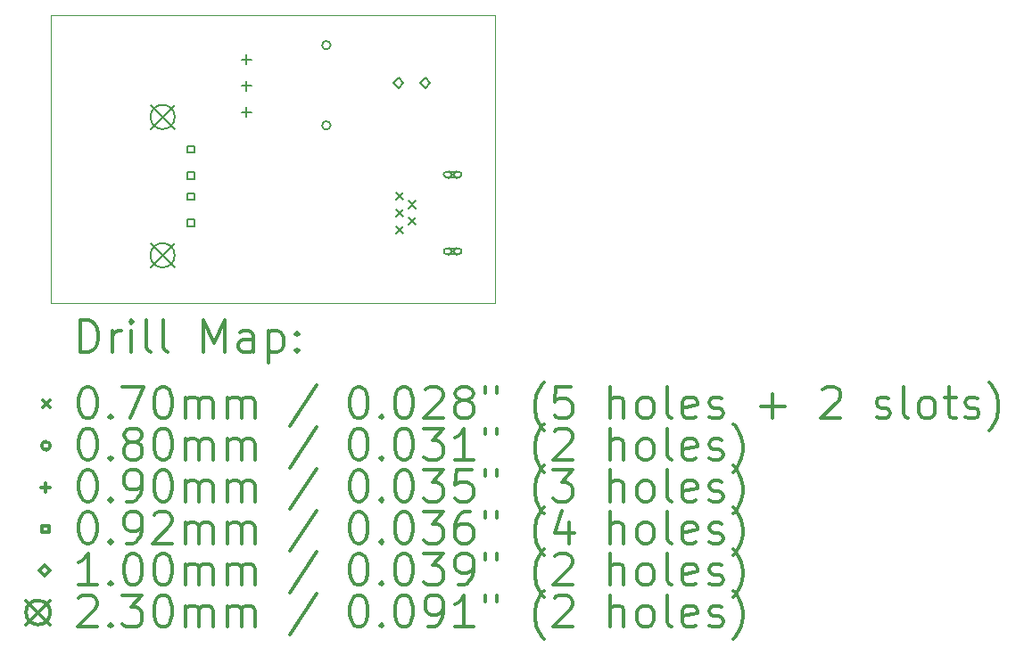
<source format=gbr>
%FSLAX45Y45*%
G04 Gerber Fmt 4.5, Leading zero omitted, Abs format (unit mm)*
G04 Created by KiCad (PCBNEW (5.1.9)-1) date 2021-04-25 09:03:52*
%MOMM*%
%LPD*%
G01*
G04 APERTURE LIST*
%TA.AperFunction,Profile*%
%ADD10C,0.050000*%
%TD*%
%ADD11C,0.200000*%
%ADD12C,0.300000*%
G04 APERTURE END LIST*
D10*
X13474700Y-12075160D02*
X9253220Y-12075160D01*
X9253220Y-9347200D02*
X9253220Y-12075160D01*
X13474700Y-9347200D02*
X9253220Y-9347200D01*
X13474700Y-12075160D02*
X13474700Y-9347200D01*
D11*
X12530380Y-11026720D02*
X12600380Y-11096720D01*
X12600380Y-11026720D02*
X12530380Y-11096720D01*
X12530380Y-11186720D02*
X12600380Y-11256720D01*
X12600380Y-11186720D02*
X12530380Y-11256720D01*
X12530380Y-11346720D02*
X12600380Y-11416720D01*
X12600380Y-11346720D02*
X12530380Y-11416720D01*
X12650380Y-11106720D02*
X12720380Y-11176720D01*
X12720380Y-11106720D02*
X12650380Y-11176720D01*
X12650380Y-11266720D02*
X12720380Y-11336720D01*
X12720380Y-11266720D02*
X12650380Y-11336720D01*
X13035380Y-10821720D02*
X13105380Y-10891720D01*
X13105380Y-10821720D02*
X13035380Y-10891720D01*
X13130380Y-10831720D02*
X13010380Y-10831720D01*
X13130380Y-10881720D02*
X13010380Y-10881720D01*
X13010380Y-10831720D02*
G75*
G03*
X13010380Y-10881720I0J-25000D01*
G01*
X13130380Y-10881720D02*
G75*
G03*
X13130380Y-10831720I0J25000D01*
G01*
X13035380Y-11551720D02*
X13105380Y-11621720D01*
X13105380Y-11551720D02*
X13035380Y-11621720D01*
X13130380Y-11561720D02*
X13010380Y-11561720D01*
X13130380Y-11611720D02*
X13010380Y-11611720D01*
X13010380Y-11561720D02*
G75*
G03*
X13010380Y-11611720I0J-25000D01*
G01*
X13130380Y-11611720D02*
G75*
G03*
X13130380Y-11561720I0J25000D01*
G01*
X11911960Y-9629140D02*
G75*
G03*
X11911960Y-9629140I-40000J0D01*
G01*
X11911960Y-10391140D02*
G75*
G03*
X11911960Y-10391140I-40000J0D01*
G01*
X11115040Y-9719140D02*
X11115040Y-9809140D01*
X11070040Y-9764140D02*
X11160040Y-9764140D01*
X11115040Y-9969140D02*
X11115040Y-10059140D01*
X11070040Y-10014140D02*
X11160040Y-10014140D01*
X11115040Y-10219140D02*
X11115040Y-10309140D01*
X11070040Y-10264140D02*
X11160040Y-10264140D01*
X10621007Y-10650247D02*
X10621007Y-10585193D01*
X10555953Y-10585193D01*
X10555953Y-10650247D01*
X10621007Y-10650247D01*
X10621007Y-10900247D02*
X10621007Y-10835193D01*
X10555953Y-10835193D01*
X10555953Y-10900247D01*
X10621007Y-10900247D01*
X10621007Y-11100247D02*
X10621007Y-11035193D01*
X10555953Y-11035193D01*
X10555953Y-11100247D01*
X10621007Y-11100247D01*
X10621007Y-11350247D02*
X10621007Y-11285193D01*
X10555953Y-11285193D01*
X10555953Y-11350247D01*
X10621007Y-11350247D01*
X12555220Y-10037280D02*
X12605220Y-9987280D01*
X12555220Y-9937280D01*
X12505220Y-9987280D01*
X12555220Y-10037280D01*
X12809220Y-10037280D02*
X12859220Y-9987280D01*
X12809220Y-9937280D01*
X12759220Y-9987280D01*
X12809220Y-10037280D01*
X10202480Y-10195720D02*
X10432480Y-10425720D01*
X10432480Y-10195720D02*
X10202480Y-10425720D01*
X10432480Y-10310720D02*
G75*
G03*
X10432480Y-10310720I-115000J0D01*
G01*
X10202480Y-11509720D02*
X10432480Y-11739720D01*
X10432480Y-11509720D02*
X10202480Y-11739720D01*
X10432480Y-11624720D02*
G75*
G03*
X10432480Y-11624720I-115000J0D01*
G01*
D12*
X9537148Y-12543374D02*
X9537148Y-12243374D01*
X9608577Y-12243374D01*
X9651434Y-12257660D01*
X9680006Y-12286231D01*
X9694291Y-12314803D01*
X9708577Y-12371946D01*
X9708577Y-12414803D01*
X9694291Y-12471946D01*
X9680006Y-12500517D01*
X9651434Y-12529089D01*
X9608577Y-12543374D01*
X9537148Y-12543374D01*
X9837148Y-12543374D02*
X9837148Y-12343374D01*
X9837148Y-12400517D02*
X9851434Y-12371946D01*
X9865720Y-12357660D01*
X9894291Y-12343374D01*
X9922863Y-12343374D01*
X10022863Y-12543374D02*
X10022863Y-12343374D01*
X10022863Y-12243374D02*
X10008577Y-12257660D01*
X10022863Y-12271946D01*
X10037148Y-12257660D01*
X10022863Y-12243374D01*
X10022863Y-12271946D01*
X10208577Y-12543374D02*
X10180006Y-12529089D01*
X10165720Y-12500517D01*
X10165720Y-12243374D01*
X10365720Y-12543374D02*
X10337148Y-12529089D01*
X10322863Y-12500517D01*
X10322863Y-12243374D01*
X10708577Y-12543374D02*
X10708577Y-12243374D01*
X10808577Y-12457660D01*
X10908577Y-12243374D01*
X10908577Y-12543374D01*
X11180006Y-12543374D02*
X11180006Y-12386231D01*
X11165720Y-12357660D01*
X11137148Y-12343374D01*
X11080006Y-12343374D01*
X11051434Y-12357660D01*
X11180006Y-12529089D02*
X11151434Y-12543374D01*
X11080006Y-12543374D01*
X11051434Y-12529089D01*
X11037148Y-12500517D01*
X11037148Y-12471946D01*
X11051434Y-12443374D01*
X11080006Y-12429089D01*
X11151434Y-12429089D01*
X11180006Y-12414803D01*
X11322863Y-12343374D02*
X11322863Y-12643374D01*
X11322863Y-12357660D02*
X11351434Y-12343374D01*
X11408577Y-12343374D01*
X11437148Y-12357660D01*
X11451434Y-12371946D01*
X11465720Y-12400517D01*
X11465720Y-12486231D01*
X11451434Y-12514803D01*
X11437148Y-12529089D01*
X11408577Y-12543374D01*
X11351434Y-12543374D01*
X11322863Y-12529089D01*
X11594291Y-12514803D02*
X11608577Y-12529089D01*
X11594291Y-12543374D01*
X11580006Y-12529089D01*
X11594291Y-12514803D01*
X11594291Y-12543374D01*
X11594291Y-12357660D02*
X11608577Y-12371946D01*
X11594291Y-12386231D01*
X11580006Y-12371946D01*
X11594291Y-12357660D01*
X11594291Y-12386231D01*
X9180720Y-13002660D02*
X9250720Y-13072660D01*
X9250720Y-13002660D02*
X9180720Y-13072660D01*
X9594291Y-12873374D02*
X9622863Y-12873374D01*
X9651434Y-12887660D01*
X9665720Y-12901946D01*
X9680006Y-12930517D01*
X9694291Y-12987660D01*
X9694291Y-13059089D01*
X9680006Y-13116231D01*
X9665720Y-13144803D01*
X9651434Y-13159089D01*
X9622863Y-13173374D01*
X9594291Y-13173374D01*
X9565720Y-13159089D01*
X9551434Y-13144803D01*
X9537148Y-13116231D01*
X9522863Y-13059089D01*
X9522863Y-12987660D01*
X9537148Y-12930517D01*
X9551434Y-12901946D01*
X9565720Y-12887660D01*
X9594291Y-12873374D01*
X9822863Y-13144803D02*
X9837148Y-13159089D01*
X9822863Y-13173374D01*
X9808577Y-13159089D01*
X9822863Y-13144803D01*
X9822863Y-13173374D01*
X9937148Y-12873374D02*
X10137148Y-12873374D01*
X10008577Y-13173374D01*
X10308577Y-12873374D02*
X10337148Y-12873374D01*
X10365720Y-12887660D01*
X10380006Y-12901946D01*
X10394291Y-12930517D01*
X10408577Y-12987660D01*
X10408577Y-13059089D01*
X10394291Y-13116231D01*
X10380006Y-13144803D01*
X10365720Y-13159089D01*
X10337148Y-13173374D01*
X10308577Y-13173374D01*
X10280006Y-13159089D01*
X10265720Y-13144803D01*
X10251434Y-13116231D01*
X10237148Y-13059089D01*
X10237148Y-12987660D01*
X10251434Y-12930517D01*
X10265720Y-12901946D01*
X10280006Y-12887660D01*
X10308577Y-12873374D01*
X10537148Y-13173374D02*
X10537148Y-12973374D01*
X10537148Y-13001946D02*
X10551434Y-12987660D01*
X10580006Y-12973374D01*
X10622863Y-12973374D01*
X10651434Y-12987660D01*
X10665720Y-13016231D01*
X10665720Y-13173374D01*
X10665720Y-13016231D02*
X10680006Y-12987660D01*
X10708577Y-12973374D01*
X10751434Y-12973374D01*
X10780006Y-12987660D01*
X10794291Y-13016231D01*
X10794291Y-13173374D01*
X10937148Y-13173374D02*
X10937148Y-12973374D01*
X10937148Y-13001946D02*
X10951434Y-12987660D01*
X10980006Y-12973374D01*
X11022863Y-12973374D01*
X11051434Y-12987660D01*
X11065720Y-13016231D01*
X11065720Y-13173374D01*
X11065720Y-13016231D02*
X11080006Y-12987660D01*
X11108577Y-12973374D01*
X11151434Y-12973374D01*
X11180006Y-12987660D01*
X11194291Y-13016231D01*
X11194291Y-13173374D01*
X11780006Y-12859089D02*
X11522863Y-13244803D01*
X12165720Y-12873374D02*
X12194291Y-12873374D01*
X12222863Y-12887660D01*
X12237148Y-12901946D01*
X12251434Y-12930517D01*
X12265720Y-12987660D01*
X12265720Y-13059089D01*
X12251434Y-13116231D01*
X12237148Y-13144803D01*
X12222863Y-13159089D01*
X12194291Y-13173374D01*
X12165720Y-13173374D01*
X12137148Y-13159089D01*
X12122863Y-13144803D01*
X12108577Y-13116231D01*
X12094291Y-13059089D01*
X12094291Y-12987660D01*
X12108577Y-12930517D01*
X12122863Y-12901946D01*
X12137148Y-12887660D01*
X12165720Y-12873374D01*
X12394291Y-13144803D02*
X12408577Y-13159089D01*
X12394291Y-13173374D01*
X12380006Y-13159089D01*
X12394291Y-13144803D01*
X12394291Y-13173374D01*
X12594291Y-12873374D02*
X12622863Y-12873374D01*
X12651434Y-12887660D01*
X12665720Y-12901946D01*
X12680006Y-12930517D01*
X12694291Y-12987660D01*
X12694291Y-13059089D01*
X12680006Y-13116231D01*
X12665720Y-13144803D01*
X12651434Y-13159089D01*
X12622863Y-13173374D01*
X12594291Y-13173374D01*
X12565720Y-13159089D01*
X12551434Y-13144803D01*
X12537148Y-13116231D01*
X12522863Y-13059089D01*
X12522863Y-12987660D01*
X12537148Y-12930517D01*
X12551434Y-12901946D01*
X12565720Y-12887660D01*
X12594291Y-12873374D01*
X12808577Y-12901946D02*
X12822863Y-12887660D01*
X12851434Y-12873374D01*
X12922863Y-12873374D01*
X12951434Y-12887660D01*
X12965720Y-12901946D01*
X12980006Y-12930517D01*
X12980006Y-12959089D01*
X12965720Y-13001946D01*
X12794291Y-13173374D01*
X12980006Y-13173374D01*
X13151434Y-13001946D02*
X13122863Y-12987660D01*
X13108577Y-12973374D01*
X13094291Y-12944803D01*
X13094291Y-12930517D01*
X13108577Y-12901946D01*
X13122863Y-12887660D01*
X13151434Y-12873374D01*
X13208577Y-12873374D01*
X13237148Y-12887660D01*
X13251434Y-12901946D01*
X13265720Y-12930517D01*
X13265720Y-12944803D01*
X13251434Y-12973374D01*
X13237148Y-12987660D01*
X13208577Y-13001946D01*
X13151434Y-13001946D01*
X13122863Y-13016231D01*
X13108577Y-13030517D01*
X13094291Y-13059089D01*
X13094291Y-13116231D01*
X13108577Y-13144803D01*
X13122863Y-13159089D01*
X13151434Y-13173374D01*
X13208577Y-13173374D01*
X13237148Y-13159089D01*
X13251434Y-13144803D01*
X13265720Y-13116231D01*
X13265720Y-13059089D01*
X13251434Y-13030517D01*
X13237148Y-13016231D01*
X13208577Y-13001946D01*
X13380006Y-12873374D02*
X13380006Y-12930517D01*
X13494291Y-12873374D02*
X13494291Y-12930517D01*
X13937148Y-13287660D02*
X13922863Y-13273374D01*
X13894291Y-13230517D01*
X13880006Y-13201946D01*
X13865720Y-13159089D01*
X13851434Y-13087660D01*
X13851434Y-13030517D01*
X13865720Y-12959089D01*
X13880006Y-12916231D01*
X13894291Y-12887660D01*
X13922863Y-12844803D01*
X13937148Y-12830517D01*
X14194291Y-12873374D02*
X14051434Y-12873374D01*
X14037148Y-13016231D01*
X14051434Y-13001946D01*
X14080006Y-12987660D01*
X14151434Y-12987660D01*
X14180006Y-13001946D01*
X14194291Y-13016231D01*
X14208577Y-13044803D01*
X14208577Y-13116231D01*
X14194291Y-13144803D01*
X14180006Y-13159089D01*
X14151434Y-13173374D01*
X14080006Y-13173374D01*
X14051434Y-13159089D01*
X14037148Y-13144803D01*
X14565720Y-13173374D02*
X14565720Y-12873374D01*
X14694291Y-13173374D02*
X14694291Y-13016231D01*
X14680006Y-12987660D01*
X14651434Y-12973374D01*
X14608577Y-12973374D01*
X14580006Y-12987660D01*
X14565720Y-13001946D01*
X14880006Y-13173374D02*
X14851434Y-13159089D01*
X14837148Y-13144803D01*
X14822863Y-13116231D01*
X14822863Y-13030517D01*
X14837148Y-13001946D01*
X14851434Y-12987660D01*
X14880006Y-12973374D01*
X14922863Y-12973374D01*
X14951434Y-12987660D01*
X14965720Y-13001946D01*
X14980006Y-13030517D01*
X14980006Y-13116231D01*
X14965720Y-13144803D01*
X14951434Y-13159089D01*
X14922863Y-13173374D01*
X14880006Y-13173374D01*
X15151434Y-13173374D02*
X15122863Y-13159089D01*
X15108577Y-13130517D01*
X15108577Y-12873374D01*
X15380006Y-13159089D02*
X15351434Y-13173374D01*
X15294291Y-13173374D01*
X15265720Y-13159089D01*
X15251434Y-13130517D01*
X15251434Y-13016231D01*
X15265720Y-12987660D01*
X15294291Y-12973374D01*
X15351434Y-12973374D01*
X15380006Y-12987660D01*
X15394291Y-13016231D01*
X15394291Y-13044803D01*
X15251434Y-13073374D01*
X15508577Y-13159089D02*
X15537148Y-13173374D01*
X15594291Y-13173374D01*
X15622863Y-13159089D01*
X15637148Y-13130517D01*
X15637148Y-13116231D01*
X15622863Y-13087660D01*
X15594291Y-13073374D01*
X15551434Y-13073374D01*
X15522863Y-13059089D01*
X15508577Y-13030517D01*
X15508577Y-13016231D01*
X15522863Y-12987660D01*
X15551434Y-12973374D01*
X15594291Y-12973374D01*
X15622863Y-12987660D01*
X15994291Y-13059089D02*
X16222863Y-13059089D01*
X16108577Y-13173374D02*
X16108577Y-12944803D01*
X16580006Y-12901946D02*
X16594291Y-12887660D01*
X16622863Y-12873374D01*
X16694291Y-12873374D01*
X16722863Y-12887660D01*
X16737148Y-12901946D01*
X16751434Y-12930517D01*
X16751434Y-12959089D01*
X16737148Y-13001946D01*
X16565720Y-13173374D01*
X16751434Y-13173374D01*
X17094291Y-13159089D02*
X17122863Y-13173374D01*
X17180006Y-13173374D01*
X17208577Y-13159089D01*
X17222863Y-13130517D01*
X17222863Y-13116231D01*
X17208577Y-13087660D01*
X17180006Y-13073374D01*
X17137148Y-13073374D01*
X17108577Y-13059089D01*
X17094291Y-13030517D01*
X17094291Y-13016231D01*
X17108577Y-12987660D01*
X17137148Y-12973374D01*
X17180006Y-12973374D01*
X17208577Y-12987660D01*
X17394291Y-13173374D02*
X17365720Y-13159089D01*
X17351434Y-13130517D01*
X17351434Y-12873374D01*
X17551434Y-13173374D02*
X17522863Y-13159089D01*
X17508577Y-13144803D01*
X17494291Y-13116231D01*
X17494291Y-13030517D01*
X17508577Y-13001946D01*
X17522863Y-12987660D01*
X17551434Y-12973374D01*
X17594291Y-12973374D01*
X17622863Y-12987660D01*
X17637148Y-13001946D01*
X17651434Y-13030517D01*
X17651434Y-13116231D01*
X17637148Y-13144803D01*
X17622863Y-13159089D01*
X17594291Y-13173374D01*
X17551434Y-13173374D01*
X17737148Y-12973374D02*
X17851434Y-12973374D01*
X17780006Y-12873374D02*
X17780006Y-13130517D01*
X17794291Y-13159089D01*
X17822863Y-13173374D01*
X17851434Y-13173374D01*
X17937148Y-13159089D02*
X17965720Y-13173374D01*
X18022863Y-13173374D01*
X18051434Y-13159089D01*
X18065720Y-13130517D01*
X18065720Y-13116231D01*
X18051434Y-13087660D01*
X18022863Y-13073374D01*
X17980006Y-13073374D01*
X17951434Y-13059089D01*
X17937148Y-13030517D01*
X17937148Y-13016231D01*
X17951434Y-12987660D01*
X17980006Y-12973374D01*
X18022863Y-12973374D01*
X18051434Y-12987660D01*
X18165720Y-13287660D02*
X18180006Y-13273374D01*
X18208577Y-13230517D01*
X18222863Y-13201946D01*
X18237148Y-13159089D01*
X18251434Y-13087660D01*
X18251434Y-13030517D01*
X18237148Y-12959089D01*
X18222863Y-12916231D01*
X18208577Y-12887660D01*
X18180006Y-12844803D01*
X18165720Y-12830517D01*
X9250720Y-13433660D02*
G75*
G03*
X9250720Y-13433660I-40000J0D01*
G01*
X9594291Y-13269374D02*
X9622863Y-13269374D01*
X9651434Y-13283660D01*
X9665720Y-13297946D01*
X9680006Y-13326517D01*
X9694291Y-13383660D01*
X9694291Y-13455089D01*
X9680006Y-13512231D01*
X9665720Y-13540803D01*
X9651434Y-13555089D01*
X9622863Y-13569374D01*
X9594291Y-13569374D01*
X9565720Y-13555089D01*
X9551434Y-13540803D01*
X9537148Y-13512231D01*
X9522863Y-13455089D01*
X9522863Y-13383660D01*
X9537148Y-13326517D01*
X9551434Y-13297946D01*
X9565720Y-13283660D01*
X9594291Y-13269374D01*
X9822863Y-13540803D02*
X9837148Y-13555089D01*
X9822863Y-13569374D01*
X9808577Y-13555089D01*
X9822863Y-13540803D01*
X9822863Y-13569374D01*
X10008577Y-13397946D02*
X9980006Y-13383660D01*
X9965720Y-13369374D01*
X9951434Y-13340803D01*
X9951434Y-13326517D01*
X9965720Y-13297946D01*
X9980006Y-13283660D01*
X10008577Y-13269374D01*
X10065720Y-13269374D01*
X10094291Y-13283660D01*
X10108577Y-13297946D01*
X10122863Y-13326517D01*
X10122863Y-13340803D01*
X10108577Y-13369374D01*
X10094291Y-13383660D01*
X10065720Y-13397946D01*
X10008577Y-13397946D01*
X9980006Y-13412231D01*
X9965720Y-13426517D01*
X9951434Y-13455089D01*
X9951434Y-13512231D01*
X9965720Y-13540803D01*
X9980006Y-13555089D01*
X10008577Y-13569374D01*
X10065720Y-13569374D01*
X10094291Y-13555089D01*
X10108577Y-13540803D01*
X10122863Y-13512231D01*
X10122863Y-13455089D01*
X10108577Y-13426517D01*
X10094291Y-13412231D01*
X10065720Y-13397946D01*
X10308577Y-13269374D02*
X10337148Y-13269374D01*
X10365720Y-13283660D01*
X10380006Y-13297946D01*
X10394291Y-13326517D01*
X10408577Y-13383660D01*
X10408577Y-13455089D01*
X10394291Y-13512231D01*
X10380006Y-13540803D01*
X10365720Y-13555089D01*
X10337148Y-13569374D01*
X10308577Y-13569374D01*
X10280006Y-13555089D01*
X10265720Y-13540803D01*
X10251434Y-13512231D01*
X10237148Y-13455089D01*
X10237148Y-13383660D01*
X10251434Y-13326517D01*
X10265720Y-13297946D01*
X10280006Y-13283660D01*
X10308577Y-13269374D01*
X10537148Y-13569374D02*
X10537148Y-13369374D01*
X10537148Y-13397946D02*
X10551434Y-13383660D01*
X10580006Y-13369374D01*
X10622863Y-13369374D01*
X10651434Y-13383660D01*
X10665720Y-13412231D01*
X10665720Y-13569374D01*
X10665720Y-13412231D02*
X10680006Y-13383660D01*
X10708577Y-13369374D01*
X10751434Y-13369374D01*
X10780006Y-13383660D01*
X10794291Y-13412231D01*
X10794291Y-13569374D01*
X10937148Y-13569374D02*
X10937148Y-13369374D01*
X10937148Y-13397946D02*
X10951434Y-13383660D01*
X10980006Y-13369374D01*
X11022863Y-13369374D01*
X11051434Y-13383660D01*
X11065720Y-13412231D01*
X11065720Y-13569374D01*
X11065720Y-13412231D02*
X11080006Y-13383660D01*
X11108577Y-13369374D01*
X11151434Y-13369374D01*
X11180006Y-13383660D01*
X11194291Y-13412231D01*
X11194291Y-13569374D01*
X11780006Y-13255089D02*
X11522863Y-13640803D01*
X12165720Y-13269374D02*
X12194291Y-13269374D01*
X12222863Y-13283660D01*
X12237148Y-13297946D01*
X12251434Y-13326517D01*
X12265720Y-13383660D01*
X12265720Y-13455089D01*
X12251434Y-13512231D01*
X12237148Y-13540803D01*
X12222863Y-13555089D01*
X12194291Y-13569374D01*
X12165720Y-13569374D01*
X12137148Y-13555089D01*
X12122863Y-13540803D01*
X12108577Y-13512231D01*
X12094291Y-13455089D01*
X12094291Y-13383660D01*
X12108577Y-13326517D01*
X12122863Y-13297946D01*
X12137148Y-13283660D01*
X12165720Y-13269374D01*
X12394291Y-13540803D02*
X12408577Y-13555089D01*
X12394291Y-13569374D01*
X12380006Y-13555089D01*
X12394291Y-13540803D01*
X12394291Y-13569374D01*
X12594291Y-13269374D02*
X12622863Y-13269374D01*
X12651434Y-13283660D01*
X12665720Y-13297946D01*
X12680006Y-13326517D01*
X12694291Y-13383660D01*
X12694291Y-13455089D01*
X12680006Y-13512231D01*
X12665720Y-13540803D01*
X12651434Y-13555089D01*
X12622863Y-13569374D01*
X12594291Y-13569374D01*
X12565720Y-13555089D01*
X12551434Y-13540803D01*
X12537148Y-13512231D01*
X12522863Y-13455089D01*
X12522863Y-13383660D01*
X12537148Y-13326517D01*
X12551434Y-13297946D01*
X12565720Y-13283660D01*
X12594291Y-13269374D01*
X12794291Y-13269374D02*
X12980006Y-13269374D01*
X12880006Y-13383660D01*
X12922863Y-13383660D01*
X12951434Y-13397946D01*
X12965720Y-13412231D01*
X12980006Y-13440803D01*
X12980006Y-13512231D01*
X12965720Y-13540803D01*
X12951434Y-13555089D01*
X12922863Y-13569374D01*
X12837148Y-13569374D01*
X12808577Y-13555089D01*
X12794291Y-13540803D01*
X13265720Y-13569374D02*
X13094291Y-13569374D01*
X13180006Y-13569374D02*
X13180006Y-13269374D01*
X13151434Y-13312231D01*
X13122863Y-13340803D01*
X13094291Y-13355089D01*
X13380006Y-13269374D02*
X13380006Y-13326517D01*
X13494291Y-13269374D02*
X13494291Y-13326517D01*
X13937148Y-13683660D02*
X13922863Y-13669374D01*
X13894291Y-13626517D01*
X13880006Y-13597946D01*
X13865720Y-13555089D01*
X13851434Y-13483660D01*
X13851434Y-13426517D01*
X13865720Y-13355089D01*
X13880006Y-13312231D01*
X13894291Y-13283660D01*
X13922863Y-13240803D01*
X13937148Y-13226517D01*
X14037148Y-13297946D02*
X14051434Y-13283660D01*
X14080006Y-13269374D01*
X14151434Y-13269374D01*
X14180006Y-13283660D01*
X14194291Y-13297946D01*
X14208577Y-13326517D01*
X14208577Y-13355089D01*
X14194291Y-13397946D01*
X14022863Y-13569374D01*
X14208577Y-13569374D01*
X14565720Y-13569374D02*
X14565720Y-13269374D01*
X14694291Y-13569374D02*
X14694291Y-13412231D01*
X14680006Y-13383660D01*
X14651434Y-13369374D01*
X14608577Y-13369374D01*
X14580006Y-13383660D01*
X14565720Y-13397946D01*
X14880006Y-13569374D02*
X14851434Y-13555089D01*
X14837148Y-13540803D01*
X14822863Y-13512231D01*
X14822863Y-13426517D01*
X14837148Y-13397946D01*
X14851434Y-13383660D01*
X14880006Y-13369374D01*
X14922863Y-13369374D01*
X14951434Y-13383660D01*
X14965720Y-13397946D01*
X14980006Y-13426517D01*
X14980006Y-13512231D01*
X14965720Y-13540803D01*
X14951434Y-13555089D01*
X14922863Y-13569374D01*
X14880006Y-13569374D01*
X15151434Y-13569374D02*
X15122863Y-13555089D01*
X15108577Y-13526517D01*
X15108577Y-13269374D01*
X15380006Y-13555089D02*
X15351434Y-13569374D01*
X15294291Y-13569374D01*
X15265720Y-13555089D01*
X15251434Y-13526517D01*
X15251434Y-13412231D01*
X15265720Y-13383660D01*
X15294291Y-13369374D01*
X15351434Y-13369374D01*
X15380006Y-13383660D01*
X15394291Y-13412231D01*
X15394291Y-13440803D01*
X15251434Y-13469374D01*
X15508577Y-13555089D02*
X15537148Y-13569374D01*
X15594291Y-13569374D01*
X15622863Y-13555089D01*
X15637148Y-13526517D01*
X15637148Y-13512231D01*
X15622863Y-13483660D01*
X15594291Y-13469374D01*
X15551434Y-13469374D01*
X15522863Y-13455089D01*
X15508577Y-13426517D01*
X15508577Y-13412231D01*
X15522863Y-13383660D01*
X15551434Y-13369374D01*
X15594291Y-13369374D01*
X15622863Y-13383660D01*
X15737148Y-13683660D02*
X15751434Y-13669374D01*
X15780006Y-13626517D01*
X15794291Y-13597946D01*
X15808577Y-13555089D01*
X15822863Y-13483660D01*
X15822863Y-13426517D01*
X15808577Y-13355089D01*
X15794291Y-13312231D01*
X15780006Y-13283660D01*
X15751434Y-13240803D01*
X15737148Y-13226517D01*
X9205720Y-13784660D02*
X9205720Y-13874660D01*
X9160720Y-13829660D02*
X9250720Y-13829660D01*
X9594291Y-13665374D02*
X9622863Y-13665374D01*
X9651434Y-13679660D01*
X9665720Y-13693946D01*
X9680006Y-13722517D01*
X9694291Y-13779660D01*
X9694291Y-13851089D01*
X9680006Y-13908231D01*
X9665720Y-13936803D01*
X9651434Y-13951089D01*
X9622863Y-13965374D01*
X9594291Y-13965374D01*
X9565720Y-13951089D01*
X9551434Y-13936803D01*
X9537148Y-13908231D01*
X9522863Y-13851089D01*
X9522863Y-13779660D01*
X9537148Y-13722517D01*
X9551434Y-13693946D01*
X9565720Y-13679660D01*
X9594291Y-13665374D01*
X9822863Y-13936803D02*
X9837148Y-13951089D01*
X9822863Y-13965374D01*
X9808577Y-13951089D01*
X9822863Y-13936803D01*
X9822863Y-13965374D01*
X9980006Y-13965374D02*
X10037148Y-13965374D01*
X10065720Y-13951089D01*
X10080006Y-13936803D01*
X10108577Y-13893946D01*
X10122863Y-13836803D01*
X10122863Y-13722517D01*
X10108577Y-13693946D01*
X10094291Y-13679660D01*
X10065720Y-13665374D01*
X10008577Y-13665374D01*
X9980006Y-13679660D01*
X9965720Y-13693946D01*
X9951434Y-13722517D01*
X9951434Y-13793946D01*
X9965720Y-13822517D01*
X9980006Y-13836803D01*
X10008577Y-13851089D01*
X10065720Y-13851089D01*
X10094291Y-13836803D01*
X10108577Y-13822517D01*
X10122863Y-13793946D01*
X10308577Y-13665374D02*
X10337148Y-13665374D01*
X10365720Y-13679660D01*
X10380006Y-13693946D01*
X10394291Y-13722517D01*
X10408577Y-13779660D01*
X10408577Y-13851089D01*
X10394291Y-13908231D01*
X10380006Y-13936803D01*
X10365720Y-13951089D01*
X10337148Y-13965374D01*
X10308577Y-13965374D01*
X10280006Y-13951089D01*
X10265720Y-13936803D01*
X10251434Y-13908231D01*
X10237148Y-13851089D01*
X10237148Y-13779660D01*
X10251434Y-13722517D01*
X10265720Y-13693946D01*
X10280006Y-13679660D01*
X10308577Y-13665374D01*
X10537148Y-13965374D02*
X10537148Y-13765374D01*
X10537148Y-13793946D02*
X10551434Y-13779660D01*
X10580006Y-13765374D01*
X10622863Y-13765374D01*
X10651434Y-13779660D01*
X10665720Y-13808231D01*
X10665720Y-13965374D01*
X10665720Y-13808231D02*
X10680006Y-13779660D01*
X10708577Y-13765374D01*
X10751434Y-13765374D01*
X10780006Y-13779660D01*
X10794291Y-13808231D01*
X10794291Y-13965374D01*
X10937148Y-13965374D02*
X10937148Y-13765374D01*
X10937148Y-13793946D02*
X10951434Y-13779660D01*
X10980006Y-13765374D01*
X11022863Y-13765374D01*
X11051434Y-13779660D01*
X11065720Y-13808231D01*
X11065720Y-13965374D01*
X11065720Y-13808231D02*
X11080006Y-13779660D01*
X11108577Y-13765374D01*
X11151434Y-13765374D01*
X11180006Y-13779660D01*
X11194291Y-13808231D01*
X11194291Y-13965374D01*
X11780006Y-13651089D02*
X11522863Y-14036803D01*
X12165720Y-13665374D02*
X12194291Y-13665374D01*
X12222863Y-13679660D01*
X12237148Y-13693946D01*
X12251434Y-13722517D01*
X12265720Y-13779660D01*
X12265720Y-13851089D01*
X12251434Y-13908231D01*
X12237148Y-13936803D01*
X12222863Y-13951089D01*
X12194291Y-13965374D01*
X12165720Y-13965374D01*
X12137148Y-13951089D01*
X12122863Y-13936803D01*
X12108577Y-13908231D01*
X12094291Y-13851089D01*
X12094291Y-13779660D01*
X12108577Y-13722517D01*
X12122863Y-13693946D01*
X12137148Y-13679660D01*
X12165720Y-13665374D01*
X12394291Y-13936803D02*
X12408577Y-13951089D01*
X12394291Y-13965374D01*
X12380006Y-13951089D01*
X12394291Y-13936803D01*
X12394291Y-13965374D01*
X12594291Y-13665374D02*
X12622863Y-13665374D01*
X12651434Y-13679660D01*
X12665720Y-13693946D01*
X12680006Y-13722517D01*
X12694291Y-13779660D01*
X12694291Y-13851089D01*
X12680006Y-13908231D01*
X12665720Y-13936803D01*
X12651434Y-13951089D01*
X12622863Y-13965374D01*
X12594291Y-13965374D01*
X12565720Y-13951089D01*
X12551434Y-13936803D01*
X12537148Y-13908231D01*
X12522863Y-13851089D01*
X12522863Y-13779660D01*
X12537148Y-13722517D01*
X12551434Y-13693946D01*
X12565720Y-13679660D01*
X12594291Y-13665374D01*
X12794291Y-13665374D02*
X12980006Y-13665374D01*
X12880006Y-13779660D01*
X12922863Y-13779660D01*
X12951434Y-13793946D01*
X12965720Y-13808231D01*
X12980006Y-13836803D01*
X12980006Y-13908231D01*
X12965720Y-13936803D01*
X12951434Y-13951089D01*
X12922863Y-13965374D01*
X12837148Y-13965374D01*
X12808577Y-13951089D01*
X12794291Y-13936803D01*
X13251434Y-13665374D02*
X13108577Y-13665374D01*
X13094291Y-13808231D01*
X13108577Y-13793946D01*
X13137148Y-13779660D01*
X13208577Y-13779660D01*
X13237148Y-13793946D01*
X13251434Y-13808231D01*
X13265720Y-13836803D01*
X13265720Y-13908231D01*
X13251434Y-13936803D01*
X13237148Y-13951089D01*
X13208577Y-13965374D01*
X13137148Y-13965374D01*
X13108577Y-13951089D01*
X13094291Y-13936803D01*
X13380006Y-13665374D02*
X13380006Y-13722517D01*
X13494291Y-13665374D02*
X13494291Y-13722517D01*
X13937148Y-14079660D02*
X13922863Y-14065374D01*
X13894291Y-14022517D01*
X13880006Y-13993946D01*
X13865720Y-13951089D01*
X13851434Y-13879660D01*
X13851434Y-13822517D01*
X13865720Y-13751089D01*
X13880006Y-13708231D01*
X13894291Y-13679660D01*
X13922863Y-13636803D01*
X13937148Y-13622517D01*
X14022863Y-13665374D02*
X14208577Y-13665374D01*
X14108577Y-13779660D01*
X14151434Y-13779660D01*
X14180006Y-13793946D01*
X14194291Y-13808231D01*
X14208577Y-13836803D01*
X14208577Y-13908231D01*
X14194291Y-13936803D01*
X14180006Y-13951089D01*
X14151434Y-13965374D01*
X14065720Y-13965374D01*
X14037148Y-13951089D01*
X14022863Y-13936803D01*
X14565720Y-13965374D02*
X14565720Y-13665374D01*
X14694291Y-13965374D02*
X14694291Y-13808231D01*
X14680006Y-13779660D01*
X14651434Y-13765374D01*
X14608577Y-13765374D01*
X14580006Y-13779660D01*
X14565720Y-13793946D01*
X14880006Y-13965374D02*
X14851434Y-13951089D01*
X14837148Y-13936803D01*
X14822863Y-13908231D01*
X14822863Y-13822517D01*
X14837148Y-13793946D01*
X14851434Y-13779660D01*
X14880006Y-13765374D01*
X14922863Y-13765374D01*
X14951434Y-13779660D01*
X14965720Y-13793946D01*
X14980006Y-13822517D01*
X14980006Y-13908231D01*
X14965720Y-13936803D01*
X14951434Y-13951089D01*
X14922863Y-13965374D01*
X14880006Y-13965374D01*
X15151434Y-13965374D02*
X15122863Y-13951089D01*
X15108577Y-13922517D01*
X15108577Y-13665374D01*
X15380006Y-13951089D02*
X15351434Y-13965374D01*
X15294291Y-13965374D01*
X15265720Y-13951089D01*
X15251434Y-13922517D01*
X15251434Y-13808231D01*
X15265720Y-13779660D01*
X15294291Y-13765374D01*
X15351434Y-13765374D01*
X15380006Y-13779660D01*
X15394291Y-13808231D01*
X15394291Y-13836803D01*
X15251434Y-13865374D01*
X15508577Y-13951089D02*
X15537148Y-13965374D01*
X15594291Y-13965374D01*
X15622863Y-13951089D01*
X15637148Y-13922517D01*
X15637148Y-13908231D01*
X15622863Y-13879660D01*
X15594291Y-13865374D01*
X15551434Y-13865374D01*
X15522863Y-13851089D01*
X15508577Y-13822517D01*
X15508577Y-13808231D01*
X15522863Y-13779660D01*
X15551434Y-13765374D01*
X15594291Y-13765374D01*
X15622863Y-13779660D01*
X15737148Y-14079660D02*
X15751434Y-14065374D01*
X15780006Y-14022517D01*
X15794291Y-13993946D01*
X15808577Y-13951089D01*
X15822863Y-13879660D01*
X15822863Y-13822517D01*
X15808577Y-13751089D01*
X15794291Y-13708231D01*
X15780006Y-13679660D01*
X15751434Y-13636803D01*
X15737148Y-13622517D01*
X9237247Y-14258187D02*
X9237247Y-14193133D01*
X9172193Y-14193133D01*
X9172193Y-14258187D01*
X9237247Y-14258187D01*
X9594291Y-14061374D02*
X9622863Y-14061374D01*
X9651434Y-14075660D01*
X9665720Y-14089946D01*
X9680006Y-14118517D01*
X9694291Y-14175660D01*
X9694291Y-14247089D01*
X9680006Y-14304231D01*
X9665720Y-14332803D01*
X9651434Y-14347089D01*
X9622863Y-14361374D01*
X9594291Y-14361374D01*
X9565720Y-14347089D01*
X9551434Y-14332803D01*
X9537148Y-14304231D01*
X9522863Y-14247089D01*
X9522863Y-14175660D01*
X9537148Y-14118517D01*
X9551434Y-14089946D01*
X9565720Y-14075660D01*
X9594291Y-14061374D01*
X9822863Y-14332803D02*
X9837148Y-14347089D01*
X9822863Y-14361374D01*
X9808577Y-14347089D01*
X9822863Y-14332803D01*
X9822863Y-14361374D01*
X9980006Y-14361374D02*
X10037148Y-14361374D01*
X10065720Y-14347089D01*
X10080006Y-14332803D01*
X10108577Y-14289946D01*
X10122863Y-14232803D01*
X10122863Y-14118517D01*
X10108577Y-14089946D01*
X10094291Y-14075660D01*
X10065720Y-14061374D01*
X10008577Y-14061374D01*
X9980006Y-14075660D01*
X9965720Y-14089946D01*
X9951434Y-14118517D01*
X9951434Y-14189946D01*
X9965720Y-14218517D01*
X9980006Y-14232803D01*
X10008577Y-14247089D01*
X10065720Y-14247089D01*
X10094291Y-14232803D01*
X10108577Y-14218517D01*
X10122863Y-14189946D01*
X10237148Y-14089946D02*
X10251434Y-14075660D01*
X10280006Y-14061374D01*
X10351434Y-14061374D01*
X10380006Y-14075660D01*
X10394291Y-14089946D01*
X10408577Y-14118517D01*
X10408577Y-14147089D01*
X10394291Y-14189946D01*
X10222863Y-14361374D01*
X10408577Y-14361374D01*
X10537148Y-14361374D02*
X10537148Y-14161374D01*
X10537148Y-14189946D02*
X10551434Y-14175660D01*
X10580006Y-14161374D01*
X10622863Y-14161374D01*
X10651434Y-14175660D01*
X10665720Y-14204231D01*
X10665720Y-14361374D01*
X10665720Y-14204231D02*
X10680006Y-14175660D01*
X10708577Y-14161374D01*
X10751434Y-14161374D01*
X10780006Y-14175660D01*
X10794291Y-14204231D01*
X10794291Y-14361374D01*
X10937148Y-14361374D02*
X10937148Y-14161374D01*
X10937148Y-14189946D02*
X10951434Y-14175660D01*
X10980006Y-14161374D01*
X11022863Y-14161374D01*
X11051434Y-14175660D01*
X11065720Y-14204231D01*
X11065720Y-14361374D01*
X11065720Y-14204231D02*
X11080006Y-14175660D01*
X11108577Y-14161374D01*
X11151434Y-14161374D01*
X11180006Y-14175660D01*
X11194291Y-14204231D01*
X11194291Y-14361374D01*
X11780006Y-14047089D02*
X11522863Y-14432803D01*
X12165720Y-14061374D02*
X12194291Y-14061374D01*
X12222863Y-14075660D01*
X12237148Y-14089946D01*
X12251434Y-14118517D01*
X12265720Y-14175660D01*
X12265720Y-14247089D01*
X12251434Y-14304231D01*
X12237148Y-14332803D01*
X12222863Y-14347089D01*
X12194291Y-14361374D01*
X12165720Y-14361374D01*
X12137148Y-14347089D01*
X12122863Y-14332803D01*
X12108577Y-14304231D01*
X12094291Y-14247089D01*
X12094291Y-14175660D01*
X12108577Y-14118517D01*
X12122863Y-14089946D01*
X12137148Y-14075660D01*
X12165720Y-14061374D01*
X12394291Y-14332803D02*
X12408577Y-14347089D01*
X12394291Y-14361374D01*
X12380006Y-14347089D01*
X12394291Y-14332803D01*
X12394291Y-14361374D01*
X12594291Y-14061374D02*
X12622863Y-14061374D01*
X12651434Y-14075660D01*
X12665720Y-14089946D01*
X12680006Y-14118517D01*
X12694291Y-14175660D01*
X12694291Y-14247089D01*
X12680006Y-14304231D01*
X12665720Y-14332803D01*
X12651434Y-14347089D01*
X12622863Y-14361374D01*
X12594291Y-14361374D01*
X12565720Y-14347089D01*
X12551434Y-14332803D01*
X12537148Y-14304231D01*
X12522863Y-14247089D01*
X12522863Y-14175660D01*
X12537148Y-14118517D01*
X12551434Y-14089946D01*
X12565720Y-14075660D01*
X12594291Y-14061374D01*
X12794291Y-14061374D02*
X12980006Y-14061374D01*
X12880006Y-14175660D01*
X12922863Y-14175660D01*
X12951434Y-14189946D01*
X12965720Y-14204231D01*
X12980006Y-14232803D01*
X12980006Y-14304231D01*
X12965720Y-14332803D01*
X12951434Y-14347089D01*
X12922863Y-14361374D01*
X12837148Y-14361374D01*
X12808577Y-14347089D01*
X12794291Y-14332803D01*
X13237148Y-14061374D02*
X13180006Y-14061374D01*
X13151434Y-14075660D01*
X13137148Y-14089946D01*
X13108577Y-14132803D01*
X13094291Y-14189946D01*
X13094291Y-14304231D01*
X13108577Y-14332803D01*
X13122863Y-14347089D01*
X13151434Y-14361374D01*
X13208577Y-14361374D01*
X13237148Y-14347089D01*
X13251434Y-14332803D01*
X13265720Y-14304231D01*
X13265720Y-14232803D01*
X13251434Y-14204231D01*
X13237148Y-14189946D01*
X13208577Y-14175660D01*
X13151434Y-14175660D01*
X13122863Y-14189946D01*
X13108577Y-14204231D01*
X13094291Y-14232803D01*
X13380006Y-14061374D02*
X13380006Y-14118517D01*
X13494291Y-14061374D02*
X13494291Y-14118517D01*
X13937148Y-14475660D02*
X13922863Y-14461374D01*
X13894291Y-14418517D01*
X13880006Y-14389946D01*
X13865720Y-14347089D01*
X13851434Y-14275660D01*
X13851434Y-14218517D01*
X13865720Y-14147089D01*
X13880006Y-14104231D01*
X13894291Y-14075660D01*
X13922863Y-14032803D01*
X13937148Y-14018517D01*
X14180006Y-14161374D02*
X14180006Y-14361374D01*
X14108577Y-14047089D02*
X14037148Y-14261374D01*
X14222863Y-14261374D01*
X14565720Y-14361374D02*
X14565720Y-14061374D01*
X14694291Y-14361374D02*
X14694291Y-14204231D01*
X14680006Y-14175660D01*
X14651434Y-14161374D01*
X14608577Y-14161374D01*
X14580006Y-14175660D01*
X14565720Y-14189946D01*
X14880006Y-14361374D02*
X14851434Y-14347089D01*
X14837148Y-14332803D01*
X14822863Y-14304231D01*
X14822863Y-14218517D01*
X14837148Y-14189946D01*
X14851434Y-14175660D01*
X14880006Y-14161374D01*
X14922863Y-14161374D01*
X14951434Y-14175660D01*
X14965720Y-14189946D01*
X14980006Y-14218517D01*
X14980006Y-14304231D01*
X14965720Y-14332803D01*
X14951434Y-14347089D01*
X14922863Y-14361374D01*
X14880006Y-14361374D01*
X15151434Y-14361374D02*
X15122863Y-14347089D01*
X15108577Y-14318517D01*
X15108577Y-14061374D01*
X15380006Y-14347089D02*
X15351434Y-14361374D01*
X15294291Y-14361374D01*
X15265720Y-14347089D01*
X15251434Y-14318517D01*
X15251434Y-14204231D01*
X15265720Y-14175660D01*
X15294291Y-14161374D01*
X15351434Y-14161374D01*
X15380006Y-14175660D01*
X15394291Y-14204231D01*
X15394291Y-14232803D01*
X15251434Y-14261374D01*
X15508577Y-14347089D02*
X15537148Y-14361374D01*
X15594291Y-14361374D01*
X15622863Y-14347089D01*
X15637148Y-14318517D01*
X15637148Y-14304231D01*
X15622863Y-14275660D01*
X15594291Y-14261374D01*
X15551434Y-14261374D01*
X15522863Y-14247089D01*
X15508577Y-14218517D01*
X15508577Y-14204231D01*
X15522863Y-14175660D01*
X15551434Y-14161374D01*
X15594291Y-14161374D01*
X15622863Y-14175660D01*
X15737148Y-14475660D02*
X15751434Y-14461374D01*
X15780006Y-14418517D01*
X15794291Y-14389946D01*
X15808577Y-14347089D01*
X15822863Y-14275660D01*
X15822863Y-14218517D01*
X15808577Y-14147089D01*
X15794291Y-14104231D01*
X15780006Y-14075660D01*
X15751434Y-14032803D01*
X15737148Y-14018517D01*
X9200720Y-14671660D02*
X9250720Y-14621660D01*
X9200720Y-14571660D01*
X9150720Y-14621660D01*
X9200720Y-14671660D01*
X9694291Y-14757374D02*
X9522863Y-14757374D01*
X9608577Y-14757374D02*
X9608577Y-14457374D01*
X9580006Y-14500231D01*
X9551434Y-14528803D01*
X9522863Y-14543089D01*
X9822863Y-14728803D02*
X9837148Y-14743089D01*
X9822863Y-14757374D01*
X9808577Y-14743089D01*
X9822863Y-14728803D01*
X9822863Y-14757374D01*
X10022863Y-14457374D02*
X10051434Y-14457374D01*
X10080006Y-14471660D01*
X10094291Y-14485946D01*
X10108577Y-14514517D01*
X10122863Y-14571660D01*
X10122863Y-14643089D01*
X10108577Y-14700231D01*
X10094291Y-14728803D01*
X10080006Y-14743089D01*
X10051434Y-14757374D01*
X10022863Y-14757374D01*
X9994291Y-14743089D01*
X9980006Y-14728803D01*
X9965720Y-14700231D01*
X9951434Y-14643089D01*
X9951434Y-14571660D01*
X9965720Y-14514517D01*
X9980006Y-14485946D01*
X9994291Y-14471660D01*
X10022863Y-14457374D01*
X10308577Y-14457374D02*
X10337148Y-14457374D01*
X10365720Y-14471660D01*
X10380006Y-14485946D01*
X10394291Y-14514517D01*
X10408577Y-14571660D01*
X10408577Y-14643089D01*
X10394291Y-14700231D01*
X10380006Y-14728803D01*
X10365720Y-14743089D01*
X10337148Y-14757374D01*
X10308577Y-14757374D01*
X10280006Y-14743089D01*
X10265720Y-14728803D01*
X10251434Y-14700231D01*
X10237148Y-14643089D01*
X10237148Y-14571660D01*
X10251434Y-14514517D01*
X10265720Y-14485946D01*
X10280006Y-14471660D01*
X10308577Y-14457374D01*
X10537148Y-14757374D02*
X10537148Y-14557374D01*
X10537148Y-14585946D02*
X10551434Y-14571660D01*
X10580006Y-14557374D01*
X10622863Y-14557374D01*
X10651434Y-14571660D01*
X10665720Y-14600231D01*
X10665720Y-14757374D01*
X10665720Y-14600231D02*
X10680006Y-14571660D01*
X10708577Y-14557374D01*
X10751434Y-14557374D01*
X10780006Y-14571660D01*
X10794291Y-14600231D01*
X10794291Y-14757374D01*
X10937148Y-14757374D02*
X10937148Y-14557374D01*
X10937148Y-14585946D02*
X10951434Y-14571660D01*
X10980006Y-14557374D01*
X11022863Y-14557374D01*
X11051434Y-14571660D01*
X11065720Y-14600231D01*
X11065720Y-14757374D01*
X11065720Y-14600231D02*
X11080006Y-14571660D01*
X11108577Y-14557374D01*
X11151434Y-14557374D01*
X11180006Y-14571660D01*
X11194291Y-14600231D01*
X11194291Y-14757374D01*
X11780006Y-14443089D02*
X11522863Y-14828803D01*
X12165720Y-14457374D02*
X12194291Y-14457374D01*
X12222863Y-14471660D01*
X12237148Y-14485946D01*
X12251434Y-14514517D01*
X12265720Y-14571660D01*
X12265720Y-14643089D01*
X12251434Y-14700231D01*
X12237148Y-14728803D01*
X12222863Y-14743089D01*
X12194291Y-14757374D01*
X12165720Y-14757374D01*
X12137148Y-14743089D01*
X12122863Y-14728803D01*
X12108577Y-14700231D01*
X12094291Y-14643089D01*
X12094291Y-14571660D01*
X12108577Y-14514517D01*
X12122863Y-14485946D01*
X12137148Y-14471660D01*
X12165720Y-14457374D01*
X12394291Y-14728803D02*
X12408577Y-14743089D01*
X12394291Y-14757374D01*
X12380006Y-14743089D01*
X12394291Y-14728803D01*
X12394291Y-14757374D01*
X12594291Y-14457374D02*
X12622863Y-14457374D01*
X12651434Y-14471660D01*
X12665720Y-14485946D01*
X12680006Y-14514517D01*
X12694291Y-14571660D01*
X12694291Y-14643089D01*
X12680006Y-14700231D01*
X12665720Y-14728803D01*
X12651434Y-14743089D01*
X12622863Y-14757374D01*
X12594291Y-14757374D01*
X12565720Y-14743089D01*
X12551434Y-14728803D01*
X12537148Y-14700231D01*
X12522863Y-14643089D01*
X12522863Y-14571660D01*
X12537148Y-14514517D01*
X12551434Y-14485946D01*
X12565720Y-14471660D01*
X12594291Y-14457374D01*
X12794291Y-14457374D02*
X12980006Y-14457374D01*
X12880006Y-14571660D01*
X12922863Y-14571660D01*
X12951434Y-14585946D01*
X12965720Y-14600231D01*
X12980006Y-14628803D01*
X12980006Y-14700231D01*
X12965720Y-14728803D01*
X12951434Y-14743089D01*
X12922863Y-14757374D01*
X12837148Y-14757374D01*
X12808577Y-14743089D01*
X12794291Y-14728803D01*
X13122863Y-14757374D02*
X13180006Y-14757374D01*
X13208577Y-14743089D01*
X13222863Y-14728803D01*
X13251434Y-14685946D01*
X13265720Y-14628803D01*
X13265720Y-14514517D01*
X13251434Y-14485946D01*
X13237148Y-14471660D01*
X13208577Y-14457374D01*
X13151434Y-14457374D01*
X13122863Y-14471660D01*
X13108577Y-14485946D01*
X13094291Y-14514517D01*
X13094291Y-14585946D01*
X13108577Y-14614517D01*
X13122863Y-14628803D01*
X13151434Y-14643089D01*
X13208577Y-14643089D01*
X13237148Y-14628803D01*
X13251434Y-14614517D01*
X13265720Y-14585946D01*
X13380006Y-14457374D02*
X13380006Y-14514517D01*
X13494291Y-14457374D02*
X13494291Y-14514517D01*
X13937148Y-14871660D02*
X13922863Y-14857374D01*
X13894291Y-14814517D01*
X13880006Y-14785946D01*
X13865720Y-14743089D01*
X13851434Y-14671660D01*
X13851434Y-14614517D01*
X13865720Y-14543089D01*
X13880006Y-14500231D01*
X13894291Y-14471660D01*
X13922863Y-14428803D01*
X13937148Y-14414517D01*
X14037148Y-14485946D02*
X14051434Y-14471660D01*
X14080006Y-14457374D01*
X14151434Y-14457374D01*
X14180006Y-14471660D01*
X14194291Y-14485946D01*
X14208577Y-14514517D01*
X14208577Y-14543089D01*
X14194291Y-14585946D01*
X14022863Y-14757374D01*
X14208577Y-14757374D01*
X14565720Y-14757374D02*
X14565720Y-14457374D01*
X14694291Y-14757374D02*
X14694291Y-14600231D01*
X14680006Y-14571660D01*
X14651434Y-14557374D01*
X14608577Y-14557374D01*
X14580006Y-14571660D01*
X14565720Y-14585946D01*
X14880006Y-14757374D02*
X14851434Y-14743089D01*
X14837148Y-14728803D01*
X14822863Y-14700231D01*
X14822863Y-14614517D01*
X14837148Y-14585946D01*
X14851434Y-14571660D01*
X14880006Y-14557374D01*
X14922863Y-14557374D01*
X14951434Y-14571660D01*
X14965720Y-14585946D01*
X14980006Y-14614517D01*
X14980006Y-14700231D01*
X14965720Y-14728803D01*
X14951434Y-14743089D01*
X14922863Y-14757374D01*
X14880006Y-14757374D01*
X15151434Y-14757374D02*
X15122863Y-14743089D01*
X15108577Y-14714517D01*
X15108577Y-14457374D01*
X15380006Y-14743089D02*
X15351434Y-14757374D01*
X15294291Y-14757374D01*
X15265720Y-14743089D01*
X15251434Y-14714517D01*
X15251434Y-14600231D01*
X15265720Y-14571660D01*
X15294291Y-14557374D01*
X15351434Y-14557374D01*
X15380006Y-14571660D01*
X15394291Y-14600231D01*
X15394291Y-14628803D01*
X15251434Y-14657374D01*
X15508577Y-14743089D02*
X15537148Y-14757374D01*
X15594291Y-14757374D01*
X15622863Y-14743089D01*
X15637148Y-14714517D01*
X15637148Y-14700231D01*
X15622863Y-14671660D01*
X15594291Y-14657374D01*
X15551434Y-14657374D01*
X15522863Y-14643089D01*
X15508577Y-14614517D01*
X15508577Y-14600231D01*
X15522863Y-14571660D01*
X15551434Y-14557374D01*
X15594291Y-14557374D01*
X15622863Y-14571660D01*
X15737148Y-14871660D02*
X15751434Y-14857374D01*
X15780006Y-14814517D01*
X15794291Y-14785946D01*
X15808577Y-14743089D01*
X15822863Y-14671660D01*
X15822863Y-14614517D01*
X15808577Y-14543089D01*
X15794291Y-14500231D01*
X15780006Y-14471660D01*
X15751434Y-14428803D01*
X15737148Y-14414517D01*
X9020720Y-14902660D02*
X9250720Y-15132660D01*
X9250720Y-14902660D02*
X9020720Y-15132660D01*
X9250720Y-15017660D02*
G75*
G03*
X9250720Y-15017660I-115000J0D01*
G01*
X9522863Y-14881946D02*
X9537148Y-14867660D01*
X9565720Y-14853374D01*
X9637148Y-14853374D01*
X9665720Y-14867660D01*
X9680006Y-14881946D01*
X9694291Y-14910517D01*
X9694291Y-14939089D01*
X9680006Y-14981946D01*
X9508577Y-15153374D01*
X9694291Y-15153374D01*
X9822863Y-15124803D02*
X9837148Y-15139089D01*
X9822863Y-15153374D01*
X9808577Y-15139089D01*
X9822863Y-15124803D01*
X9822863Y-15153374D01*
X9937148Y-14853374D02*
X10122863Y-14853374D01*
X10022863Y-14967660D01*
X10065720Y-14967660D01*
X10094291Y-14981946D01*
X10108577Y-14996231D01*
X10122863Y-15024803D01*
X10122863Y-15096231D01*
X10108577Y-15124803D01*
X10094291Y-15139089D01*
X10065720Y-15153374D01*
X9980006Y-15153374D01*
X9951434Y-15139089D01*
X9937148Y-15124803D01*
X10308577Y-14853374D02*
X10337148Y-14853374D01*
X10365720Y-14867660D01*
X10380006Y-14881946D01*
X10394291Y-14910517D01*
X10408577Y-14967660D01*
X10408577Y-15039089D01*
X10394291Y-15096231D01*
X10380006Y-15124803D01*
X10365720Y-15139089D01*
X10337148Y-15153374D01*
X10308577Y-15153374D01*
X10280006Y-15139089D01*
X10265720Y-15124803D01*
X10251434Y-15096231D01*
X10237148Y-15039089D01*
X10237148Y-14967660D01*
X10251434Y-14910517D01*
X10265720Y-14881946D01*
X10280006Y-14867660D01*
X10308577Y-14853374D01*
X10537148Y-15153374D02*
X10537148Y-14953374D01*
X10537148Y-14981946D02*
X10551434Y-14967660D01*
X10580006Y-14953374D01*
X10622863Y-14953374D01*
X10651434Y-14967660D01*
X10665720Y-14996231D01*
X10665720Y-15153374D01*
X10665720Y-14996231D02*
X10680006Y-14967660D01*
X10708577Y-14953374D01*
X10751434Y-14953374D01*
X10780006Y-14967660D01*
X10794291Y-14996231D01*
X10794291Y-15153374D01*
X10937148Y-15153374D02*
X10937148Y-14953374D01*
X10937148Y-14981946D02*
X10951434Y-14967660D01*
X10980006Y-14953374D01*
X11022863Y-14953374D01*
X11051434Y-14967660D01*
X11065720Y-14996231D01*
X11065720Y-15153374D01*
X11065720Y-14996231D02*
X11080006Y-14967660D01*
X11108577Y-14953374D01*
X11151434Y-14953374D01*
X11180006Y-14967660D01*
X11194291Y-14996231D01*
X11194291Y-15153374D01*
X11780006Y-14839089D02*
X11522863Y-15224803D01*
X12165720Y-14853374D02*
X12194291Y-14853374D01*
X12222863Y-14867660D01*
X12237148Y-14881946D01*
X12251434Y-14910517D01*
X12265720Y-14967660D01*
X12265720Y-15039089D01*
X12251434Y-15096231D01*
X12237148Y-15124803D01*
X12222863Y-15139089D01*
X12194291Y-15153374D01*
X12165720Y-15153374D01*
X12137148Y-15139089D01*
X12122863Y-15124803D01*
X12108577Y-15096231D01*
X12094291Y-15039089D01*
X12094291Y-14967660D01*
X12108577Y-14910517D01*
X12122863Y-14881946D01*
X12137148Y-14867660D01*
X12165720Y-14853374D01*
X12394291Y-15124803D02*
X12408577Y-15139089D01*
X12394291Y-15153374D01*
X12380006Y-15139089D01*
X12394291Y-15124803D01*
X12394291Y-15153374D01*
X12594291Y-14853374D02*
X12622863Y-14853374D01*
X12651434Y-14867660D01*
X12665720Y-14881946D01*
X12680006Y-14910517D01*
X12694291Y-14967660D01*
X12694291Y-15039089D01*
X12680006Y-15096231D01*
X12665720Y-15124803D01*
X12651434Y-15139089D01*
X12622863Y-15153374D01*
X12594291Y-15153374D01*
X12565720Y-15139089D01*
X12551434Y-15124803D01*
X12537148Y-15096231D01*
X12522863Y-15039089D01*
X12522863Y-14967660D01*
X12537148Y-14910517D01*
X12551434Y-14881946D01*
X12565720Y-14867660D01*
X12594291Y-14853374D01*
X12837148Y-15153374D02*
X12894291Y-15153374D01*
X12922863Y-15139089D01*
X12937148Y-15124803D01*
X12965720Y-15081946D01*
X12980006Y-15024803D01*
X12980006Y-14910517D01*
X12965720Y-14881946D01*
X12951434Y-14867660D01*
X12922863Y-14853374D01*
X12865720Y-14853374D01*
X12837148Y-14867660D01*
X12822863Y-14881946D01*
X12808577Y-14910517D01*
X12808577Y-14981946D01*
X12822863Y-15010517D01*
X12837148Y-15024803D01*
X12865720Y-15039089D01*
X12922863Y-15039089D01*
X12951434Y-15024803D01*
X12965720Y-15010517D01*
X12980006Y-14981946D01*
X13265720Y-15153374D02*
X13094291Y-15153374D01*
X13180006Y-15153374D02*
X13180006Y-14853374D01*
X13151434Y-14896231D01*
X13122863Y-14924803D01*
X13094291Y-14939089D01*
X13380006Y-14853374D02*
X13380006Y-14910517D01*
X13494291Y-14853374D02*
X13494291Y-14910517D01*
X13937148Y-15267660D02*
X13922863Y-15253374D01*
X13894291Y-15210517D01*
X13880006Y-15181946D01*
X13865720Y-15139089D01*
X13851434Y-15067660D01*
X13851434Y-15010517D01*
X13865720Y-14939089D01*
X13880006Y-14896231D01*
X13894291Y-14867660D01*
X13922863Y-14824803D01*
X13937148Y-14810517D01*
X14037148Y-14881946D02*
X14051434Y-14867660D01*
X14080006Y-14853374D01*
X14151434Y-14853374D01*
X14180006Y-14867660D01*
X14194291Y-14881946D01*
X14208577Y-14910517D01*
X14208577Y-14939089D01*
X14194291Y-14981946D01*
X14022863Y-15153374D01*
X14208577Y-15153374D01*
X14565720Y-15153374D02*
X14565720Y-14853374D01*
X14694291Y-15153374D02*
X14694291Y-14996231D01*
X14680006Y-14967660D01*
X14651434Y-14953374D01*
X14608577Y-14953374D01*
X14580006Y-14967660D01*
X14565720Y-14981946D01*
X14880006Y-15153374D02*
X14851434Y-15139089D01*
X14837148Y-15124803D01*
X14822863Y-15096231D01*
X14822863Y-15010517D01*
X14837148Y-14981946D01*
X14851434Y-14967660D01*
X14880006Y-14953374D01*
X14922863Y-14953374D01*
X14951434Y-14967660D01*
X14965720Y-14981946D01*
X14980006Y-15010517D01*
X14980006Y-15096231D01*
X14965720Y-15124803D01*
X14951434Y-15139089D01*
X14922863Y-15153374D01*
X14880006Y-15153374D01*
X15151434Y-15153374D02*
X15122863Y-15139089D01*
X15108577Y-15110517D01*
X15108577Y-14853374D01*
X15380006Y-15139089D02*
X15351434Y-15153374D01*
X15294291Y-15153374D01*
X15265720Y-15139089D01*
X15251434Y-15110517D01*
X15251434Y-14996231D01*
X15265720Y-14967660D01*
X15294291Y-14953374D01*
X15351434Y-14953374D01*
X15380006Y-14967660D01*
X15394291Y-14996231D01*
X15394291Y-15024803D01*
X15251434Y-15053374D01*
X15508577Y-15139089D02*
X15537148Y-15153374D01*
X15594291Y-15153374D01*
X15622863Y-15139089D01*
X15637148Y-15110517D01*
X15637148Y-15096231D01*
X15622863Y-15067660D01*
X15594291Y-15053374D01*
X15551434Y-15053374D01*
X15522863Y-15039089D01*
X15508577Y-15010517D01*
X15508577Y-14996231D01*
X15522863Y-14967660D01*
X15551434Y-14953374D01*
X15594291Y-14953374D01*
X15622863Y-14967660D01*
X15737148Y-15267660D02*
X15751434Y-15253374D01*
X15780006Y-15210517D01*
X15794291Y-15181946D01*
X15808577Y-15139089D01*
X15822863Y-15067660D01*
X15822863Y-15010517D01*
X15808577Y-14939089D01*
X15794291Y-14896231D01*
X15780006Y-14867660D01*
X15751434Y-14824803D01*
X15737148Y-14810517D01*
M02*

</source>
